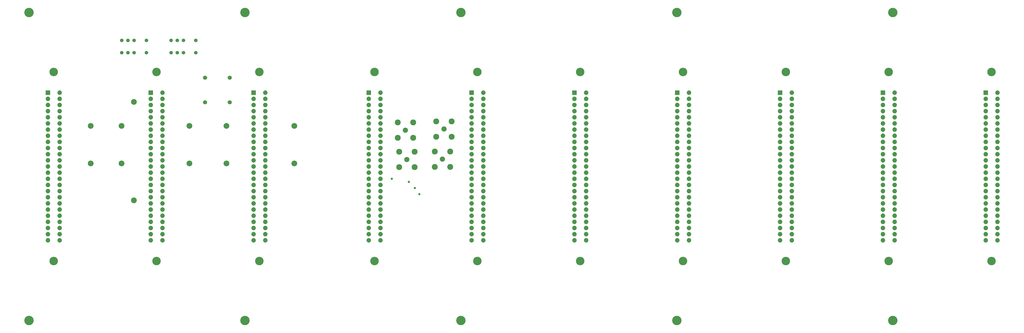
<source format=gbr>
G04 EAGLE Gerber RS-274X export*
G75*
%MOMM*%
%FSLAX34Y34*%
%LPD*%
%INSoldermask Top*%
%IPPOS*%
%AMOC8*
5,1,8,0,0,1.08239X$1,22.5*%
G01*
%ADD10C,3.860800*%
%ADD11R,1.853200X1.853200*%
%ADD12C,1.853200*%
%ADD13C,3.503200*%
%ADD14C,2.374900*%
%ADD15C,1.711200*%
%ADD16C,1.473200*%
%ADD17C,2.146300*%
%ADD18C,2.451100*%
%ADD19C,0.959600*%


D10*
X127000Y1334008D03*
X1905000Y1334008D03*
X1016000Y1334008D03*
X2794000Y1334008D03*
X1016000Y62992D03*
X3683000Y1334008D03*
X127000Y62992D03*
X1905000Y62992D03*
X2794000Y62992D03*
X3683000Y62992D03*
D11*
X204350Y1003300D03*
D12*
X252850Y1003300D03*
X204350Y977900D03*
X252850Y977900D03*
X204350Y952500D03*
X252850Y952500D03*
X204350Y927100D03*
X252850Y927100D03*
X204350Y901700D03*
X252850Y901700D03*
X204350Y876300D03*
X252850Y876300D03*
X204350Y850900D03*
X252850Y850900D03*
X204350Y825500D03*
X252850Y825500D03*
X204350Y800100D03*
X252850Y800100D03*
X204350Y774700D03*
X252850Y774700D03*
X204350Y749300D03*
X252850Y749300D03*
X204350Y723900D03*
X252850Y723900D03*
X204350Y698500D03*
X252850Y698500D03*
X204350Y673100D03*
X252850Y673100D03*
X204350Y647700D03*
X252850Y647700D03*
X204350Y622300D03*
X252850Y622300D03*
X204350Y596900D03*
X252850Y596900D03*
X204350Y571500D03*
X252850Y571500D03*
X204350Y546100D03*
X252850Y546100D03*
X204350Y520700D03*
X252850Y520700D03*
X204350Y495300D03*
X252850Y495300D03*
X204350Y469900D03*
X252850Y469900D03*
X204350Y444500D03*
X252850Y444500D03*
X204350Y419100D03*
X252850Y419100D03*
X204350Y393700D03*
X252850Y393700D03*
D13*
X228600Y1089000D03*
X228600Y308000D03*
D11*
X627692Y1003300D03*
D12*
X676192Y1003300D03*
X627692Y977900D03*
X676192Y977900D03*
X627692Y952500D03*
X676192Y952500D03*
X627692Y927100D03*
X676192Y927100D03*
X627692Y901700D03*
X676192Y901700D03*
X627692Y876300D03*
X676192Y876300D03*
X627692Y850900D03*
X676192Y850900D03*
X627692Y825500D03*
X676192Y825500D03*
X627692Y800100D03*
X676192Y800100D03*
X627692Y774700D03*
X676192Y774700D03*
X627692Y749300D03*
X676192Y749300D03*
X627692Y723900D03*
X676192Y723900D03*
X627692Y698500D03*
X676192Y698500D03*
X627692Y673100D03*
X676192Y673100D03*
X627692Y647700D03*
X676192Y647700D03*
X627692Y622300D03*
X676192Y622300D03*
X627692Y596900D03*
X676192Y596900D03*
X627692Y571500D03*
X676192Y571500D03*
X627692Y546100D03*
X676192Y546100D03*
X627692Y520700D03*
X676192Y520700D03*
X627692Y495300D03*
X676192Y495300D03*
X627692Y469900D03*
X676192Y469900D03*
X627692Y444500D03*
X676192Y444500D03*
X627692Y419100D03*
X676192Y419100D03*
X627692Y393700D03*
X676192Y393700D03*
D13*
X651942Y1089000D03*
X651942Y308000D03*
D11*
X1051034Y1003300D03*
D12*
X1099534Y1003300D03*
X1051034Y977900D03*
X1099534Y977900D03*
X1051034Y952500D03*
X1099534Y952500D03*
X1051034Y927100D03*
X1099534Y927100D03*
X1051034Y901700D03*
X1099534Y901700D03*
X1051034Y876300D03*
X1099534Y876300D03*
X1051034Y850900D03*
X1099534Y850900D03*
X1051034Y825500D03*
X1099534Y825500D03*
X1051034Y800100D03*
X1099534Y800100D03*
X1051034Y774700D03*
X1099534Y774700D03*
X1051034Y749300D03*
X1099534Y749300D03*
X1051034Y723900D03*
X1099534Y723900D03*
X1051034Y698500D03*
X1099534Y698500D03*
X1051034Y673100D03*
X1099534Y673100D03*
X1051034Y647700D03*
X1099534Y647700D03*
X1051034Y622300D03*
X1099534Y622300D03*
X1051034Y596900D03*
X1099534Y596900D03*
X1051034Y571500D03*
X1099534Y571500D03*
X1051034Y546100D03*
X1099534Y546100D03*
X1051034Y520700D03*
X1099534Y520700D03*
X1051034Y495300D03*
X1099534Y495300D03*
X1051034Y469900D03*
X1099534Y469900D03*
X1051034Y444500D03*
X1099534Y444500D03*
X1051034Y419100D03*
X1099534Y419100D03*
X1051034Y393700D03*
X1099534Y393700D03*
D13*
X1075284Y1089000D03*
X1075284Y308000D03*
D11*
X1525175Y1003300D03*
D12*
X1573675Y1003300D03*
X1525175Y977900D03*
X1573675Y977900D03*
X1525175Y952500D03*
X1573675Y952500D03*
X1525175Y927100D03*
X1573675Y927100D03*
X1525175Y901700D03*
X1573675Y901700D03*
X1525175Y876300D03*
X1573675Y876300D03*
X1525175Y850900D03*
X1573675Y850900D03*
X1525175Y825500D03*
X1573675Y825500D03*
X1525175Y800100D03*
X1573675Y800100D03*
X1525175Y774700D03*
X1573675Y774700D03*
X1525175Y749300D03*
X1573675Y749300D03*
X1525175Y723900D03*
X1573675Y723900D03*
X1525175Y698500D03*
X1573675Y698500D03*
X1525175Y673100D03*
X1573675Y673100D03*
X1525175Y647700D03*
X1573675Y647700D03*
X1525175Y622300D03*
X1573675Y622300D03*
X1525175Y596900D03*
X1573675Y596900D03*
X1525175Y571500D03*
X1573675Y571500D03*
X1525175Y546100D03*
X1573675Y546100D03*
X1525175Y520700D03*
X1573675Y520700D03*
X1525175Y495300D03*
X1573675Y495300D03*
X1525175Y469900D03*
X1573675Y469900D03*
X1525175Y444500D03*
X1573675Y444500D03*
X1525175Y419100D03*
X1573675Y419100D03*
X1525175Y393700D03*
X1573675Y393700D03*
D13*
X1549425Y1089000D03*
X1549425Y308000D03*
D11*
X1948517Y1003300D03*
D12*
X1997017Y1003300D03*
X1948517Y977900D03*
X1997017Y977900D03*
X1948517Y952500D03*
X1997017Y952500D03*
X1948517Y927100D03*
X1997017Y927100D03*
X1948517Y901700D03*
X1997017Y901700D03*
X1948517Y876300D03*
X1997017Y876300D03*
X1948517Y850900D03*
X1997017Y850900D03*
X1948517Y825500D03*
X1997017Y825500D03*
X1948517Y800100D03*
X1997017Y800100D03*
X1948517Y774700D03*
X1997017Y774700D03*
X1948517Y749300D03*
X1997017Y749300D03*
X1948517Y723900D03*
X1997017Y723900D03*
X1948517Y698500D03*
X1997017Y698500D03*
X1948517Y673100D03*
X1997017Y673100D03*
X1948517Y647700D03*
X1997017Y647700D03*
X1948517Y622300D03*
X1997017Y622300D03*
X1948517Y596900D03*
X1997017Y596900D03*
X1948517Y571500D03*
X1997017Y571500D03*
X1948517Y546100D03*
X1997017Y546100D03*
X1948517Y520700D03*
X1997017Y520700D03*
X1948517Y495300D03*
X1997017Y495300D03*
X1948517Y469900D03*
X1997017Y469900D03*
X1948517Y444500D03*
X1997017Y444500D03*
X1948517Y419100D03*
X1997017Y419100D03*
X1948517Y393700D03*
X1997017Y393700D03*
D13*
X1972767Y1089000D03*
X1972767Y308000D03*
D11*
X2371859Y1003300D03*
D12*
X2420359Y1003300D03*
X2371859Y977900D03*
X2420359Y977900D03*
X2371859Y952500D03*
X2420359Y952500D03*
X2371859Y927100D03*
X2420359Y927100D03*
X2371859Y901700D03*
X2420359Y901700D03*
X2371859Y876300D03*
X2420359Y876300D03*
X2371859Y850900D03*
X2420359Y850900D03*
X2371859Y825500D03*
X2420359Y825500D03*
X2371859Y800100D03*
X2420359Y800100D03*
X2371859Y774700D03*
X2420359Y774700D03*
X2371859Y749300D03*
X2420359Y749300D03*
X2371859Y723900D03*
X2420359Y723900D03*
X2371859Y698500D03*
X2420359Y698500D03*
X2371859Y673100D03*
X2420359Y673100D03*
X2371859Y647700D03*
X2420359Y647700D03*
X2371859Y622300D03*
X2420359Y622300D03*
X2371859Y596900D03*
X2420359Y596900D03*
X2371859Y571500D03*
X2420359Y571500D03*
X2371859Y546100D03*
X2420359Y546100D03*
X2371859Y520700D03*
X2420359Y520700D03*
X2371859Y495300D03*
X2420359Y495300D03*
X2371859Y469900D03*
X2420359Y469900D03*
X2371859Y444500D03*
X2420359Y444500D03*
X2371859Y419100D03*
X2420359Y419100D03*
X2371859Y393700D03*
X2420359Y393700D03*
D13*
X2396109Y1089000D03*
X2396109Y308000D03*
D11*
X2795201Y1003300D03*
D12*
X2843701Y1003300D03*
X2795201Y977900D03*
X2843701Y977900D03*
X2795201Y952500D03*
X2843701Y952500D03*
X2795201Y927100D03*
X2843701Y927100D03*
X2795201Y901700D03*
X2843701Y901700D03*
X2795201Y876300D03*
X2843701Y876300D03*
X2795201Y850900D03*
X2843701Y850900D03*
X2795201Y825500D03*
X2843701Y825500D03*
X2795201Y800100D03*
X2843701Y800100D03*
X2795201Y774700D03*
X2843701Y774700D03*
X2795201Y749300D03*
X2843701Y749300D03*
X2795201Y723900D03*
X2843701Y723900D03*
X2795201Y698500D03*
X2843701Y698500D03*
X2795201Y673100D03*
X2843701Y673100D03*
X2795201Y647700D03*
X2843701Y647700D03*
X2795201Y622300D03*
X2843701Y622300D03*
X2795201Y596900D03*
X2843701Y596900D03*
X2795201Y571500D03*
X2843701Y571500D03*
X2795201Y546100D03*
X2843701Y546100D03*
X2795201Y520700D03*
X2843701Y520700D03*
X2795201Y495300D03*
X2843701Y495300D03*
X2795201Y469900D03*
X2843701Y469900D03*
X2795201Y444500D03*
X2843701Y444500D03*
X2795201Y419100D03*
X2843701Y419100D03*
X2795201Y393700D03*
X2843701Y393700D03*
D13*
X2819451Y1089000D03*
X2819451Y308000D03*
D11*
X3218543Y1003300D03*
D12*
X3267043Y1003300D03*
X3218543Y977900D03*
X3267043Y977900D03*
X3218543Y952500D03*
X3267043Y952500D03*
X3218543Y927100D03*
X3267043Y927100D03*
X3218543Y901700D03*
X3267043Y901700D03*
X3218543Y876300D03*
X3267043Y876300D03*
X3218543Y850900D03*
X3267043Y850900D03*
X3218543Y825500D03*
X3267043Y825500D03*
X3218543Y800100D03*
X3267043Y800100D03*
X3218543Y774700D03*
X3267043Y774700D03*
X3218543Y749300D03*
X3267043Y749300D03*
X3218543Y723900D03*
X3267043Y723900D03*
X3218543Y698500D03*
X3267043Y698500D03*
X3218543Y673100D03*
X3267043Y673100D03*
X3218543Y647700D03*
X3267043Y647700D03*
X3218543Y622300D03*
X3267043Y622300D03*
X3218543Y596900D03*
X3267043Y596900D03*
X3218543Y571500D03*
X3267043Y571500D03*
X3218543Y546100D03*
X3267043Y546100D03*
X3218543Y520700D03*
X3267043Y520700D03*
X3218543Y495300D03*
X3267043Y495300D03*
X3218543Y469900D03*
X3267043Y469900D03*
X3218543Y444500D03*
X3267043Y444500D03*
X3218543Y419100D03*
X3267043Y419100D03*
X3218543Y393700D03*
X3267043Y393700D03*
D13*
X3242793Y1089000D03*
X3242793Y308000D03*
D14*
X1219200Y711200D03*
X1219200Y866140D03*
X508000Y711200D03*
X508000Y866140D03*
X939800Y711200D03*
X939800Y866140D03*
D15*
X851129Y1065225D03*
X851129Y963625D03*
X952729Y1065225D03*
X952729Y963625D03*
D11*
X3641892Y1003300D03*
D12*
X3690392Y1003300D03*
X3641892Y977900D03*
X3690392Y977900D03*
X3641892Y952500D03*
X3690392Y952500D03*
X3641892Y927100D03*
X3690392Y927100D03*
X3641892Y901700D03*
X3690392Y901700D03*
X3641892Y876300D03*
X3690392Y876300D03*
X3641892Y850900D03*
X3690392Y850900D03*
X3641892Y825500D03*
X3690392Y825500D03*
X3641892Y800100D03*
X3690392Y800100D03*
X3641892Y774700D03*
X3690392Y774700D03*
X3641892Y749300D03*
X3690392Y749300D03*
X3641892Y723900D03*
X3690392Y723900D03*
X3641892Y698500D03*
X3690392Y698500D03*
X3641892Y673100D03*
X3690392Y673100D03*
X3641892Y647700D03*
X3690392Y647700D03*
X3641892Y622300D03*
X3690392Y622300D03*
X3641892Y596900D03*
X3690392Y596900D03*
X3641892Y571500D03*
X3690392Y571500D03*
X3641892Y546100D03*
X3690392Y546100D03*
X3641892Y520700D03*
X3690392Y520700D03*
X3641892Y495300D03*
X3690392Y495300D03*
X3641892Y469900D03*
X3690392Y469900D03*
X3641892Y444500D03*
X3690392Y444500D03*
X3641892Y419100D03*
X3690392Y419100D03*
X3641892Y393700D03*
X3690392Y393700D03*
D13*
X3666142Y1089000D03*
X3666142Y308000D03*
D11*
X4065226Y1003300D03*
D12*
X4113726Y1003300D03*
X4065226Y977900D03*
X4113726Y977900D03*
X4065226Y952500D03*
X4113726Y952500D03*
X4065226Y927100D03*
X4113726Y927100D03*
X4065226Y901700D03*
X4113726Y901700D03*
X4065226Y876300D03*
X4113726Y876300D03*
X4065226Y850900D03*
X4113726Y850900D03*
X4065226Y825500D03*
X4113726Y825500D03*
X4065226Y800100D03*
X4113726Y800100D03*
X4065226Y774700D03*
X4113726Y774700D03*
X4065226Y749300D03*
X4113726Y749300D03*
X4065226Y723900D03*
X4113726Y723900D03*
X4065226Y698500D03*
X4113726Y698500D03*
X4065226Y673100D03*
X4113726Y673100D03*
X4065226Y647700D03*
X4113726Y647700D03*
X4065226Y622300D03*
X4113726Y622300D03*
X4065226Y596900D03*
X4113726Y596900D03*
X4065226Y571500D03*
X4113726Y571500D03*
X4065226Y546100D03*
X4113726Y546100D03*
X4065226Y520700D03*
X4113726Y520700D03*
X4065226Y495300D03*
X4113726Y495300D03*
X4065226Y469900D03*
X4113726Y469900D03*
X4065226Y444500D03*
X4113726Y444500D03*
X4065226Y419100D03*
X4113726Y419100D03*
X4065226Y393700D03*
X4113726Y393700D03*
D13*
X4089476Y1089000D03*
X4089476Y308000D03*
D16*
X813054Y1168400D03*
X762254Y1168400D03*
X736854Y1168400D03*
X711454Y1168400D03*
X711454Y1219200D03*
X736854Y1219200D03*
X762254Y1219200D03*
X813054Y1219200D03*
X609854Y1168400D03*
X559054Y1168400D03*
X533654Y1168400D03*
X508254Y1168400D03*
X508254Y1219200D03*
X533654Y1219200D03*
X559054Y1219200D03*
X609854Y1219200D03*
D17*
X1676451Y848411D03*
D18*
X1644701Y880161D03*
X1708201Y880161D03*
X1644701Y816661D03*
X1708201Y816661D03*
D17*
X1682242Y727253D03*
D18*
X1650492Y759003D03*
X1713992Y759003D03*
X1650492Y695503D03*
X1713992Y695503D03*
D17*
X1835099Y853034D03*
D18*
X1803349Y884784D03*
X1866849Y884784D03*
X1803349Y821284D03*
X1866849Y821284D03*
D17*
X1828698Y728523D03*
D18*
X1796948Y760273D03*
X1860448Y760273D03*
X1796948Y696773D03*
X1860448Y696773D03*
D14*
X787400Y711200D03*
X787400Y866140D03*
X381000Y711200D03*
X381000Y866140D03*
X558800Y965200D03*
X558800Y558800D03*
D19*
X1690167Y635051D03*
X1715326Y609854D03*
X1619961Y647446D03*
X1733804Y583814D03*
M02*

</source>
